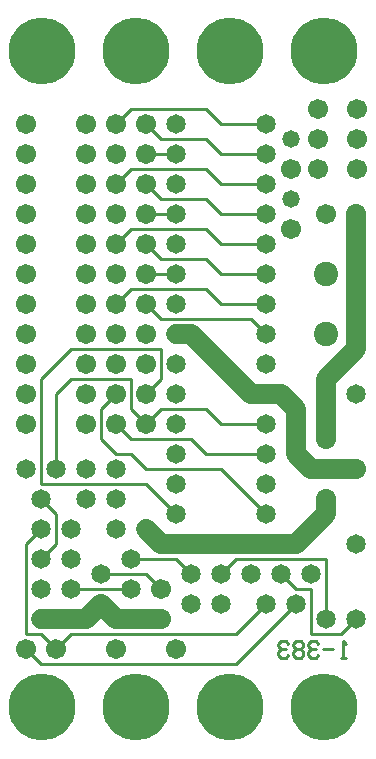
<source format=gbl>
%MOIN*%
%FSLAX25Y25*%
G04 D10 used for Character Trace; *
G04     Circle (OD=.01000) (No hole)*
G04 D11 used for Power Trace; *
G04     Circle (OD=.06700) (No hole)*
G04 D12 used for Signal Trace; *
G04     Circle (OD=.01100) (No hole)*
G04 D13 used for Via; *
G04     Circle (OD=.05800) (Round. Hole ID=.02800)*
G04 D14 used for Component hole; *
G04     Circle (OD=.06500) (Round. Hole ID=.03500)*
G04 D15 used for Component hole; *
G04     Circle (OD=.06700) (Round. Hole ID=.04300)*
G04 D16 used for Component hole; *
G04     Circle (OD=.08100) (Round. Hole ID=.05100)*
G04 D17 used for Component hole; *
G04     Circle (OD=.08900) (Round. Hole ID=.05900)*
G04 D18 used for Component hole; *
G04     Circle (OD=.11300) (Round. Hole ID=.08300)*
G04 D19 used for Component hole; *
G04     Circle (OD=.16000) (Round. Hole ID=.13000)*
G04 D20 used for Component hole; *
G04     Circle (OD=.18300) (Round. Hole ID=.15300)*
G04 D21 used for Component hole; *
G04     Circle (OD=.22291) (Round. Hole ID=.19291)*
%ADD10C,.01000*%
%ADD11C,.06700*%
%ADD12C,.01100*%
%ADD13C,.05800*%
%ADD14C,.06500*%
%ADD15C,.06700*%
%ADD16C,.08100*%
%ADD17C,.08900*%
%ADD18C,.11300*%
%ADD19C,.16000*%
%ADD20C,.18300*%
%ADD21C,.22291*%
%IPPOS*%
%LPD*%
G90*X0Y0D02*D21*X15625Y15625D03*D12*              
X15000Y30000D02*X80000D01*X100000Y50000D01*D14*   
D03*D12*X105000Y40000D02*Y55000D01*Y40000D02*     
X115000D01*X120000Y45000D01*D14*D03*X110000D03*   
D12*Y65000D01*X80000D01*X75000Y60000D01*D14*D03*  
X65000Y70000D03*D11*X55000D01*X50000Y75000D01*D14*
D03*D12*X65000Y60000D02*X60000Y65000D01*D14*      
X65000Y60000D03*D12*X45000Y65000D02*X60000D01*D14*
X45000D03*D12*X55000Y55000D02*X50000Y60000D01*D15*
X55000Y55000D03*D12*X35000Y60000D02*X50000D01*D14*
X35000D03*X45000Y55000D03*D12*X25000D01*D14*D03*  
X15000Y65000D03*D12*X20000Y70000D01*Y80000D01*    
X15000Y85000D01*D14*D03*D12*Y90000D02*X50000D01*  
X60000Y80000D01*D14*D03*Y90000D03*D11*            
X65000Y70000D02*X75000D01*D14*D03*D11*X100000D01* 
D14*D03*D11*X110000Y80000D01*Y85000D01*D15*D03*   
X120000Y95000D03*D11*X105000D01*X100000Y100000D01*
Y115000D01*X95000Y120000D01*X90000D01*D14*D03*D11*
X85000D01*X65000Y140000D01*X60000D01*D14*D03*D12* 
X55000Y145000D02*X85000D01*X90000Y140000D01*D14*  
D03*Y150000D03*D12*X75000D01*X70000Y155000D01*    
X45000D01*X40000Y150000D01*D15*D03*               
X50000Y140000D03*Y160000D03*D12*X60000D01*D14*D03*
D12*X55000Y165000D02*X70000D01*X75000Y160000D01*  
X90000D01*D14*D03*Y170000D03*D12*X75000D01*       
X70000Y175000D01*X45000D01*X40000Y170000D01*D15*  
D03*X50000Y180000D03*D12*X60000D01*D14*D03*D12*   
X55000Y185000D02*X70000D01*X75000Y180000D01*      
X90000D01*D14*D03*D15*X98500Y175000D03*D14*       
X90000Y190000D03*D12*X75000D01*X70000Y195000D01*  
X45000D01*X40000Y190000D01*D15*D03*               
X50000Y200000D03*D12*X60000D01*D14*D03*D12*       
X55000Y205000D02*X70000D01*X75000Y200000D01*      
X90000D01*D14*D03*D15*X98500Y195000D03*D14*       
X90000Y210000D03*D12*X75000D01*X70000Y215000D01*  
X45000D01*X40000Y210000D01*D15*D03*               
X30000Y200000D03*X50000Y210000D03*D12*            
X55000Y205000D01*D14*X60000Y210000D03*D15*        
X50000Y190000D03*D12*X55000Y185000D01*D14*        
X60000Y190000D03*D15*X40000Y200000D03*            
X50000Y170000D03*D12*X55000Y165000D01*D14*        
X60000Y170000D03*D15*X40000Y180000D03*            
X50000Y150000D03*D12*X55000Y145000D01*D14*        
X60000Y150000D03*D12*X55000Y125000D02*Y135000D01* 
X50000Y120000D02*X55000Y125000D01*D15*            
X50000Y120000D03*D12*Y110000D02*X55000Y115000D01* 
D15*X50000Y110000D03*D12*X45000Y115000D01*        
Y125000D01*X25000D01*X20000Y120000D01*Y95000D01*  
D14*D03*D12*X15000Y90000D02*Y125000D01*           
X25000Y135000D01*X55000D01*D14*X60000Y130000D03*  
D15*X50000D03*X40000Y120000D03*D12*               
X35000Y115000D01*Y105000D01*X40000Y100000D01*     
X45000D01*X50000Y95000D01*X75000D01*              
X90000Y80000D01*D14*D03*Y90000D03*D12*            
X70000Y100000D02*X90000D01*D14*D03*Y110000D03*D12*
X75000D01*X70000Y115000D01*X55000D01*D14*         
X60000Y110000D03*Y120000D03*D12*X70000Y100000D02* 
X65000Y105000D01*X45000D01*X40000Y110000D01*D15*  
D03*X30000Y120000D03*Y110000D03*D14*Y95000D03*    
X40000D03*X60000Y100000D03*D15*X40000Y130000D03*  
X30000D03*D14*Y85000D03*X40000D03*D15*            
X10000Y140000D03*Y130000D03*Y120000D03*           
X40000Y140000D03*X10000Y110000D03*                
X30000Y140000D03*D14*X10000Y95000D03*             
X15000Y75000D03*D12*X10000Y70000D01*Y40000D01*    
X15000D01*X20000Y35000D01*D15*D03*D12*            
X25000Y40000D01*X80000D01*X90000Y50000D01*D14*D03*
X95000Y60000D03*D12*X100000Y55000D01*X105000D01*  
D14*Y60000D03*X120000Y70000D03*D10*               
X116674Y36914D02*X115837Y37871D01*Y32129D01*      
X116674D02*X115000D01*X112511Y35000D02*X109163D01*
X107511Y36914D02*X106674Y37871D01*X105000D01*     
X104163Y36914D01*Y35957D01*X105000Y35000D01*      
X106674D01*X105000D02*X104163Y34043D01*Y33086D01* 
X105000Y32129D01*X106674D01*X107511Y33086D01*     
X101674Y35000D02*X102511Y35957D01*Y36914D01*      
X101674Y37871D01*X100000D01*X99163Y36914D01*      
Y35957D01*X100000Y35000D01*X101674D01*            
X102511Y34043D01*Y33086D01*X101674Y32129D01*      
X100000D01*X99163Y33086D01*Y34043D01*             
X100000Y35000D01*X97511Y36914D02*X96674Y37871D01* 
X95000D01*X94163Y36914D01*Y35957D01*              
X95000Y35000D01*X96674D01*X95000D02*              
X94163Y34043D01*Y33086D01*X95000Y32129D01*        
X96674D01*X97511Y33086D01*D14*X85000Y60000D03*    
X75000Y50000D03*D21*X78125Y15625D03*D14*          
X65000Y50000D03*D21*X109375Y15625D03*D15*         
X60000Y35000D03*X110000Y105000D03*D11*Y120000D01* 
D14*D03*D11*Y125000D01*X120000Y135000D01*         
Y180000D01*D15*D03*X110000D03*X120500Y195000D03*  
X107500D03*D16*X110000Y160000D03*D13*             
X98500Y185000D03*D15*X120500Y205000D03*X107500D03*
D13*X98500D03*D15*X120500Y215000D03*X107500D03*   
D16*X110000Y140000D03*D14*X90000Y130000D03*D21*   
X109375Y234375D03*X78125D03*D14*X120000Y120000D03*
D21*X46875Y234375D03*D15*X40000Y160000D03*        
X30000Y210000D03*Y190000D03*Y180000D03*Y170000D03*
Y160000D03*Y150000D03*D14*X25000Y75000D03*        
X40000D03*D21*X15625Y234375D03*D15*               
X10000Y210000D03*Y200000D03*Y190000D03*Y180000D03*
Y170000D03*Y160000D03*Y150000D03*D14*             
X25000Y65000D03*X15000Y55000D03*X35000Y50000D03*  
D11*X30000Y45000D01*X25000D01*D14*D03*D11*        
X15000D01*D14*D03*D15*X10000Y35000D03*D12*        
X15000Y30000D01*D11*X40000Y45000D02*              
X35000Y50000D01*X40000Y45000D02*X55000D01*D15*D03*
X40000Y35000D03*D21*X46875Y15625D03*M02*          

</source>
